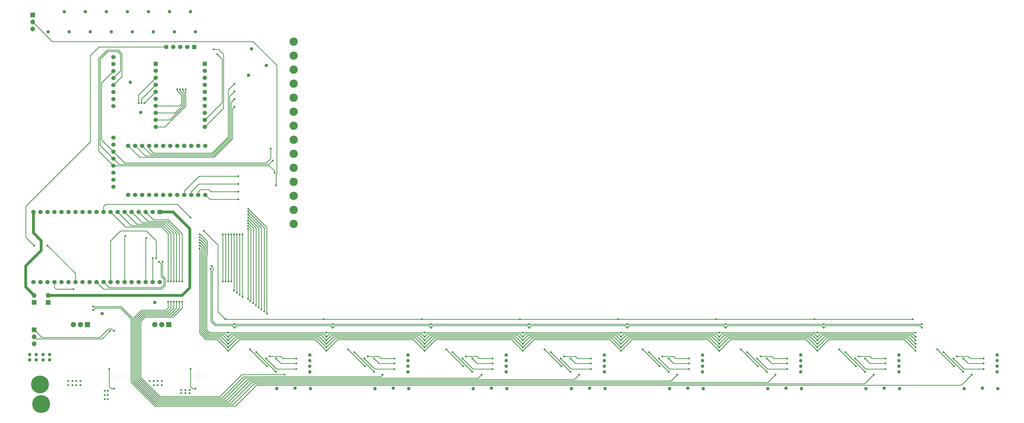
<source format=gbr>
%TF.GenerationSoftware,KiCad,Pcbnew,(6.0.1-0)*%
%TF.CreationDate,2022-10-16T20:28:15-07:00*%
%TF.ProjectId,core_board,636f7265-5f62-46f6-9172-642e6b696361,rev?*%
%TF.SameCoordinates,Original*%
%TF.FileFunction,Copper,L4,Bot*%
%TF.FilePolarity,Positive*%
%FSLAX46Y46*%
G04 Gerber Fmt 4.6, Leading zero omitted, Abs format (unit mm)*
G04 Created by KiCad (PCBNEW (6.0.1-0)) date 2022-10-16 20:28:15*
%MOMM*%
%LPD*%
G01*
G04 APERTURE LIST*
%TA.AperFunction,ComponentPad*%
%ADD10C,0.300000*%
%TD*%
%TA.AperFunction,ComponentPad*%
%ADD11R,1.910000X1.910000*%
%TD*%
%TA.AperFunction,ComponentPad*%
%ADD12C,1.910000*%
%TD*%
%TA.AperFunction,ComponentPad*%
%ADD13C,3.000000*%
%TD*%
%TA.AperFunction,ComponentPad*%
%ADD14R,1.700000X1.700000*%
%TD*%
%TA.AperFunction,ComponentPad*%
%ADD15O,1.700000X1.700000*%
%TD*%
%TA.AperFunction,ComponentPad*%
%ADD16C,1.524000*%
%TD*%
%TA.AperFunction,ComponentPad*%
%ADD17R,1.560000X1.560000*%
%TD*%
%TA.AperFunction,ComponentPad*%
%ADD18C,1.560000*%
%TD*%
%TA.AperFunction,ComponentPad*%
%ADD19C,6.451600*%
%TD*%
%TA.AperFunction,ViaPad*%
%ADD20C,0.711200*%
%TD*%
%TA.AperFunction,ViaPad*%
%ADD21C,1.219200*%
%TD*%
%TA.AperFunction,Conductor*%
%ADD22C,0.254000*%
%TD*%
%TA.AperFunction,Conductor*%
%ADD23C,1.016000*%
%TD*%
G04 APERTURE END LIST*
D10*
%TO.P,U9,10*%
%TO.N,N/C*%
X159086000Y-275986000D03*
%TO.P,U9,11*%
X159086000Y-274686000D03*
%TO.P,U9,12*%
X160386000Y-275986000D03*
%TO.P,U9,13*%
X160386000Y-274686000D03*
%TO.P,U9,14*%
X161686000Y-275986000D03*
%TO.P,U9,15*%
X161686000Y-274686000D03*
%TO.P,U9,16*%
X162986000Y-275986000D03*
%TO.P,U9,17*%
X162986000Y-274686000D03*
%TD*%
D11*
%TO.P,U3,1,ADJ/GND*%
%TO.N,GND*%
X149362000Y-256697000D03*
D12*
%TO.P,U3,2,VOUT*%
%TO.N,+3V3*%
X146812000Y-256697000D03*
%TO.P,U3,3,VIN*%
%TO.N,+5V*%
X144262000Y-256697000D03*
%TD*%
D13*
%TO.P,TP8,1,1*%
%TO.N,/I2C_SDA_FAST*%
X224028000Y-204978000D03*
%TD*%
D14*
%TO.P,J2,1,Pin_1*%
%TO.N,Net-(J2-Pad1)*%
X130048000Y-258587000D03*
D15*
%TO.P,J2,2,Pin_2*%
%TO.N,Net-(J2-Pad2)*%
X130048000Y-261127000D03*
%TO.P,J2,3,Pin_3*%
%TO.N,GND*%
X130048000Y-263667000D03*
%TD*%
D13*
%TO.P,TP16,1,1*%
%TO.N,/I2C_SCL_SLOW*%
X224028000Y-220218000D03*
%TD*%
D16*
%TO.P,U4,1,CD*%
%TO.N,Net-(R3-Pad1)*%
X158750000Y-159766000D03*
%TO.P,U4,2,CS*%
%TO.N,Net-(JP3-Pad1)*%
X158750000Y-162306000D03*
%TO.P,U4,3,DI*%
%TO.N,/SPI_MOSI_CORE*%
X158750000Y-164846000D03*
%TO.P,U4,4,DO*%
%TO.N,/SPI_MISO_CORE*%
X158750000Y-167386000D03*
%TO.P,U4,5,CK*%
%TO.N,/SPI_SCK_CORE*%
X158750000Y-169926000D03*
%TO.P,U4,6,GND*%
%TO.N,GND*%
X158750000Y-172466000D03*
%TO.P,U4,7,3V*%
%TO.N,+3V3*%
X158750000Y-175006000D03*
%TO.P,U4,8,5V*%
%TO.N,+5V*%
X158750000Y-177546000D03*
%TD*%
D17*
%TO.P,U1,1,3V3*%
%TO.N,Net-(JP1-Pad2)*%
X175462000Y-215900000D03*
D18*
%TO.P,U1,2,EN*%
%TO.N,unconnected-(U1-Pad2)*%
X172922000Y-215900000D03*
%TO.P,U1,3,SENSOR_VP*%
%TO.N,/BOARD_ID_0*%
X170382000Y-215900000D03*
%TO.P,U1,4,SENSOR_VN*%
%TO.N,/BOARD_ID_1*%
X167842000Y-215900000D03*
%TO.P,U1,5,IO34*%
%TO.N,/BOARD_ID_2*%
X165302000Y-215900000D03*
%TO.P,U1,6,IO35*%
%TO.N,/BOARD_ID_3*%
X162762000Y-215900000D03*
%TO.P,U1,7,IO32*%
%TO.N,/BOARD_ID_4*%
X160222000Y-215900000D03*
%TO.P,U1,8,IO33*%
%TO.N,/BOARD_ID_5*%
X157682000Y-215900000D03*
%TO.P,U1,9,IO25*%
%TO.N,/BROADCAST*%
X155142000Y-215900000D03*
%TO.P,U1,10,IO26*%
%TO.N,/SPI_CS_1*%
X152602000Y-215900000D03*
%TO.P,U1,11,IO27*%
%TO.N,/SPI_CS_2*%
X150062000Y-215900000D03*
%TO.P,U1,12,IO14*%
%TO.N,/SPI_SCK*%
X147522000Y-215900000D03*
%TO.P,U1,13,IO12*%
%TO.N,/SPI_MISO*%
X144982000Y-215900000D03*
%TO.P,U1,14,GND1*%
%TO.N,GND*%
X142442000Y-215900000D03*
%TO.P,U1,15,IO13*%
%TO.N,/SPI_MOSI*%
X139902000Y-215900000D03*
%TO.P,U1,16,SD2*%
%TO.N,unconnected-(U1-Pad16)*%
X137362000Y-215900000D03*
%TO.P,U1,17,SD3*%
%TO.N,unconnected-(U1-Pad17)*%
X134822000Y-215900000D03*
%TO.P,U1,18,CMD*%
%TO.N,unconnected-(U1-Pad18)*%
X132282000Y-215900000D03*
%TO.P,U1,19,EXT_5V*%
%TO.N,Net-(JP2-Pad2)*%
X129742000Y-215900000D03*
%TO.P,U1,20,GND3*%
%TO.N,GND*%
X175462000Y-241300000D03*
%TO.P,U1,21,IO23*%
%TO.N,/SPI_MOSI_CORE*%
X172922000Y-241300000D03*
%TO.P,U1,22,IO22*%
%TO.N,/I2C_SCL_SLOW*%
X170382000Y-241300000D03*
%TO.P,U1,23,TXD0*%
%TO.N,/UART_TX*%
X167842000Y-241300000D03*
%TO.P,U1,24,RXD0*%
%TO.N,/UART_RX*%
X165302000Y-241300000D03*
%TO.P,U1,25,IO21*%
%TO.N,/I2C_SDA_SLOW*%
X162762000Y-241300000D03*
%TO.P,U1,26,GND2*%
%TO.N,GND*%
X160222000Y-241300000D03*
%TO.P,U1,27,IO19*%
%TO.N,/SPI_MISO_CORE*%
X157682000Y-241300000D03*
%TO.P,U1,28,IO18*%
%TO.N,/SPI_SCK_CORE*%
X155142000Y-241300000D03*
%TO.P,U1,29,IO5*%
%TO.N,/SPI_CS_CORE*%
X152602000Y-241300000D03*
%TO.P,U1,30,IO17*%
%TO.N,/I2C_SCL_FAST*%
X150062000Y-241300000D03*
%TO.P,U1,31,IO16*%
%TO.N,/I2C_SDA_FAST*%
X147522000Y-241300000D03*
%TO.P,U1,32,IO4*%
%TO.N,/INT*%
X144982000Y-241300000D03*
%TO.P,U1,33,IO0*%
%TO.N,/BOARD_ID_6*%
X142442000Y-241300000D03*
%TO.P,U1,34,IO2*%
%TO.N,/BOARD_ID_7*%
X139902000Y-241300000D03*
%TO.P,U1,35,IO15*%
%TO.N,/SPI_CS_0*%
X137362000Y-241300000D03*
%TO.P,U1,36,SD1*%
%TO.N,unconnected-(U1-Pad36)*%
X134822000Y-241300000D03*
%TO.P,U1,37,SD0*%
%TO.N,unconnected-(U1-Pad37)*%
X132282000Y-241300000D03*
%TO.P,U1,38,CLK*%
%TO.N,unconnected-(U1-Pad38)*%
X129742000Y-241300000D03*
%TD*%
D13*
%TO.P,TP12,1,1*%
%TO.N,/SPI_SCK_CORE*%
X224028000Y-194818000D03*
%TD*%
%TO.P,TP10,1,1*%
%TO.N,/SPI_MOSI_CORE*%
X224028000Y-184658000D03*
%TD*%
D14*
%TO.P,JP2,1,A*%
%TO.N,+5V*%
X130048000Y-248666000D03*
D15*
%TO.P,JP2,2,B*%
%TO.N,Net-(JP2-Pad2)*%
X130048000Y-246126000D03*
%TD*%
D19*
%TO.P,J1,1,Pin_1*%
%TO.N,+12V*%
X132588000Y-285496000D03*
%TO.P,J1,2,Pin_2*%
%TO.N,GND*%
X132163820Y-278384000D03*
%TD*%
D16*
%TO.P,U5,1,CD*%
%TO.N,Net-(R9-Pad1)*%
X158750000Y-188976000D03*
%TO.P,U5,2,CS*%
%TO.N,Net-(JP3-Pad3)*%
X158750000Y-191516000D03*
%TO.P,U5,3,DI*%
%TO.N,/SPI_MOSI_CORE*%
X158750000Y-194056000D03*
%TO.P,U5,4,DO*%
%TO.N,/SPI_MISO_CORE*%
X158750000Y-196596000D03*
%TO.P,U5,5,CK*%
%TO.N,/SPI_SCK_CORE*%
X158750000Y-199136000D03*
%TO.P,U5,6,GND*%
%TO.N,GND*%
X158750000Y-201676000D03*
%TO.P,U5,7,3V*%
%TO.N,+3V3*%
X158750000Y-204216000D03*
%TO.P,U5,8,5V*%
%TO.N,+5V*%
X158750000Y-206756000D03*
%TD*%
D13*
%TO.P,TP11,1,1*%
%TO.N,/SPI_MISO_CORE*%
X224028000Y-189738000D03*
%TD*%
D14*
%TO.P,JP1,1,A*%
%TO.N,+3V3*%
X135128000Y-248666000D03*
D15*
%TO.P,JP1,2,B*%
%TO.N,Net-(JP1-Pad2)*%
X135128000Y-246126000D03*
%TD*%
D18*
%TO.P,U6,1,P10*%
%TO.N,/Button_0*%
X191841100Y-185100500D03*
%TO.P,U6,2,P11*%
%TO.N,/Button_1*%
X191841100Y-182560500D03*
%TO.P,U6,3,P12*%
%TO.N,/Button_2*%
X191841100Y-180020500D03*
%TO.P,U6,4,P13*%
%TO.N,/Button_3*%
X191841100Y-177480500D03*
%TO.P,U6,5,P14*%
%TO.N,/Button_4*%
X191841100Y-174940500D03*
%TO.P,U6,6,P15*%
%TO.N,/Button_5*%
X191841100Y-172400500D03*
%TO.P,U6,7,P16*%
%TO.N,/Button_6*%
X191841100Y-169860500D03*
%TO.P,U6,8,P17*%
%TO.N,/Button_7*%
X191841100Y-167320500D03*
%TO.P,U6,9,VDD*%
%TO.N,+3V3*%
X191841100Y-164780500D03*
D17*
%TO.P,U6,10,GND*%
%TO.N,GND*%
X191841100Y-162240500D03*
%TO.P,U6,11,GND*%
X188031100Y-156144500D03*
D18*
%TO.P,U6,12,VCC*%
%TO.N,+3V3*%
X185491100Y-156144500D03*
%TO.P,U6,13,SDA*%
%TO.N,/I2C_SDA_SLOW*%
X182951100Y-156144500D03*
%TO.P,U6,14,SCL*%
%TO.N,/I2C_SCL_SLOW*%
X180411100Y-156144500D03*
%TO.P,U6,15,INT*%
%TO.N,/INT*%
X177871100Y-156144500D03*
D17*
%TO.P,U6,16,GND*%
%TO.N,GND*%
X174061660Y-162240500D03*
D18*
%TO.P,U6,17,VDD*%
%TO.N,+3V3*%
X174061660Y-164780500D03*
%TO.P,U6,18,P00*%
%TO.N,/LED_0*%
X174061660Y-167320500D03*
%TO.P,U6,19,P01*%
%TO.N,/LED_1*%
X174061660Y-169860500D03*
%TO.P,U6,20,P02*%
%TO.N,/LED_2*%
X174061660Y-172400500D03*
%TO.P,U6,21,P03*%
%TO.N,/LED_3*%
X174061660Y-174940500D03*
%TO.P,U6,22,P04*%
%TO.N,/LED_4*%
X174061660Y-177480500D03*
%TO.P,U6,23,P05*%
%TO.N,/LED_5*%
X174061660Y-180020500D03*
%TO.P,U6,24,P06*%
%TO.N,/LED_6*%
X174061660Y-182560500D03*
%TO.P,U6,25,P07*%
%TO.N,/LED_7*%
X174061660Y-185100500D03*
%TD*%
D13*
%TO.P,TP3,1,1*%
%TO.N,/SPI_MOSI*%
X224028000Y-174498000D03*
%TD*%
D11*
%TO.P,U2,1,ADJ/GND*%
%TO.N,GND*%
X178826000Y-256697000D03*
D12*
%TO.P,U2,2,VOUT*%
%TO.N,/EXT_3V3*%
X176276000Y-256697000D03*
%TO.P,U2,3,VIN*%
%TO.N,/EXT_5V*%
X173726000Y-256697000D03*
%TD*%
D18*
%TO.P,U7,1,VIN*%
%TO.N,+3V3*%
X164101500Y-209701500D03*
%TO.P,U7,2,GND*%
%TO.N,GND*%
X166641500Y-209701500D03*
%TO.P,U7,3,SDA*%
%TO.N,/I2C_SDA_SLOW*%
X169181500Y-209701500D03*
%TO.P,U7,4,SCL*%
%TO.N,/I2C_SCL_SLOW*%
X171721500Y-209701500D03*
%TO.P,U7,5,RST*%
%TO.N,unconnected-(U7-Pad5)*%
X174261500Y-209701500D03*
%TO.P,U7,6,A0*%
%TO.N,GND*%
X176801500Y-209701500D03*
%TO.P,U7,7,A1*%
X179341500Y-209701500D03*
%TO.P,U7,8,A2*%
X181881500Y-209701500D03*
%TO.P,U7,9,SD0*%
%TO.N,/I2C_SDA_0*%
X184421500Y-209701500D03*
%TO.P,U7,10,SC0*%
%TO.N,/I2C_SCL_0*%
X186961500Y-209701500D03*
%TO.P,U7,11,SD1*%
%TO.N,/I2C_SDA_1*%
X189501500Y-209701500D03*
%TO.P,U7,12,SC1*%
%TO.N,/I2C_SCL_1*%
X192041500Y-209701500D03*
%TO.P,U7,13,SD2*%
%TO.N,/I2C_SDA_2*%
X192041500Y-191921500D03*
%TO.P,U7,14,SC2*%
%TO.N,/I2C_SCL_2*%
X189501500Y-191921500D03*
%TO.P,U7,15,SD3*%
%TO.N,/I2C_SDA_3*%
X186961500Y-191921500D03*
%TO.P,U7,16,SC3*%
%TO.N,/I2C_SCL_3*%
X184421500Y-191921500D03*
%TO.P,U7,17,SD4*%
%TO.N,/I2C_SDA_4*%
X181881500Y-191921500D03*
%TO.P,U7,18,SC4*%
%TO.N,/I2C_SCL_4*%
X179341500Y-191921500D03*
%TO.P,U7,19,SD5*%
%TO.N,/I2C_SDA_5*%
X176801500Y-191921500D03*
%TO.P,U7,20,SC5*%
%TO.N,/I2C_SCL_5*%
X174261500Y-191921500D03*
%TO.P,U7,21,SD6*%
%TO.N,/I2C_SDA_6*%
X171721500Y-191921500D03*
%TO.P,U7,22,SC6*%
%TO.N,/I2C_SCL_6*%
X169181500Y-191921500D03*
%TO.P,U7,23,SD7*%
%TO.N,/I2C_SDA_7*%
X166641500Y-191921500D03*
%TO.P,U7,24,SC7*%
%TO.N,/I2C_SCL_7*%
X164101500Y-191921500D03*
%TD*%
D13*
%TO.P,TP15,1,1*%
%TO.N,/I2C_SDA_SLOW*%
X224028000Y-215138000D03*
%TD*%
%TO.P,TP6,1,1*%
%TO.N,/SPI_CS_0*%
X224028000Y-179578000D03*
%TD*%
%TO.P,TP9,1,1*%
%TO.N,/I2C_SCL_FAST*%
X224028000Y-210058000D03*
%TD*%
%TO.P,TP5,1,1*%
%TO.N,/SPI_SCK*%
X224028000Y-164338000D03*
%TD*%
%TO.P,TP13,1,1*%
%TO.N,/SPI_CS_CORE*%
X224028000Y-199898000D03*
%TD*%
D14*
%TO.P,JP3,1,A*%
%TO.N,Net-(JP3-Pad1)*%
X129540000Y-144526000D03*
D15*
%TO.P,JP3,2,C*%
%TO.N,/SPI_CS_CORE*%
X129540000Y-147066000D03*
%TO.P,JP3,3,B*%
%TO.N,Net-(JP3-Pad3)*%
X129540000Y-149606000D03*
%TD*%
D13*
%TO.P,TP4,1,1*%
%TO.N,/SPI_MISO*%
X224028000Y-169418000D03*
%TD*%
%TO.P,TP14,1,1*%
%TO.N,/SPI_CS_1*%
X224028000Y-154178000D03*
%TD*%
%TO.P,TP7,1,1*%
%TO.N,/SPI_CS_2*%
X224028000Y-159258000D03*
%TD*%
D10*
%TO.P,U8,10*%
%TO.N,N/C*%
X188550000Y-275986000D03*
%TO.P,U8,11*%
X188550000Y-274686000D03*
%TO.P,U8,12*%
X189850000Y-275986000D03*
%TO.P,U8,13*%
X189850000Y-274686000D03*
%TO.P,U8,14*%
X191150000Y-275986000D03*
%TO.P,U8,15*%
X191150000Y-274686000D03*
%TO.P,U8,16*%
X192450000Y-275986000D03*
%TO.P,U8,17*%
X192450000Y-274686000D03*
%TD*%
D20*
%TO.N,/I2C_SCL_SLOW*%
X170688000Y-225298000D03*
%TO.N,/I2C_SDA_SLOW*%
X163068000Y-224536000D03*
%TO.N,/SPI_CS_1*%
X356494000Y-271788000D03*
X421518000Y-265692000D03*
X271404000Y-259596000D03*
X249814000Y-271788000D03*
X243718000Y-265692000D03*
X314838000Y-265692000D03*
X279278000Y-265692000D03*
X463168520Y-271779520D03*
X385958000Y-265692000D03*
X189984000Y-224020000D03*
X235844000Y-259596000D03*
X320934000Y-271788000D03*
X200284000Y-259596000D03*
X427614000Y-271788000D03*
X449198520Y-259587520D03*
X214254000Y-271788000D03*
X306964000Y-259596000D03*
X378084000Y-259596000D03*
X350398000Y-265692000D03*
X413644000Y-259596000D03*
X342524000Y-259596000D03*
X208158000Y-265692000D03*
X392054000Y-271788000D03*
X457072520Y-265683520D03*
X285374000Y-271788000D03*
%TO.N,/SPI_CS_CORE*%
X176530000Y-233934000D03*
X217651631Y-206248000D03*
%TO.N,/SPI_SCK_CORE*%
X217143631Y-201676000D03*
X175260000Y-233934000D03*
%TO.N,/SPI_MISO_CORE*%
X174244000Y-232664000D03*
X216407520Y-197332111D03*
%TO.N,/SPI_MOSI_CORE*%
X172974000Y-232664000D03*
X215671409Y-192988222D03*
%TO.N,/I2C_SCL_FAST*%
X202570000Y-257818000D03*
X451484520Y-257809520D03*
X194056000Y-236474000D03*
X309250000Y-257818000D03*
X380370000Y-257818000D03*
X344810000Y-257818000D03*
X415930000Y-257818000D03*
X273690000Y-257818000D03*
X238130000Y-257818000D03*
%TO.N,/I2C_SDA_FAST*%
X273690000Y-256548000D03*
X194310000Y-235458000D03*
X451484520Y-256539520D03*
X380370000Y-256548000D03*
X415930000Y-256548000D03*
X309250000Y-256548000D03*
X344810000Y-256548000D03*
X238130000Y-256548000D03*
X202570000Y-256548000D03*
%TO.N,/SPI_CS_2*%
X430916000Y-273820000D03*
X466470520Y-273811520D03*
X342524000Y-261120000D03*
X423804000Y-266708000D03*
X388244000Y-266708000D03*
X210444000Y-266708000D03*
X449198520Y-261111520D03*
X317124000Y-266708000D03*
X189984000Y-225036000D03*
X200284000Y-261120000D03*
X306964000Y-261120000D03*
X413644000Y-261120000D03*
X324236000Y-273820000D03*
X352684000Y-266708000D03*
X459358520Y-266699520D03*
X246004000Y-266708000D03*
X288676000Y-273820000D03*
X395356000Y-273820000D03*
X253116000Y-273820000D03*
X217556000Y-273820000D03*
X271404000Y-261120000D03*
X378084000Y-261120000D03*
X235844000Y-261120000D03*
X359796000Y-273820000D03*
X281564000Y-266708000D03*
%TO.N,/SPI_CS_0*%
X413644000Y-266200000D03*
X189984000Y-229100000D03*
X144272000Y-243840000D03*
X200284000Y-266200000D03*
X342524000Y-266200000D03*
X271404000Y-266200000D03*
X378084000Y-266200000D03*
X235844000Y-266200000D03*
X449198520Y-266191520D03*
X306964000Y-266200000D03*
%TO.N,/SPI_SCK*%
X359796000Y-268994000D03*
X200284000Y-262390000D03*
X260482000Y-270772000D03*
X296042000Y-270772000D03*
X331602000Y-270772000D03*
X378084000Y-262390000D03*
X189984000Y-226052000D03*
X402722000Y-270772000D03*
X466470520Y-268985520D03*
X288676000Y-268994000D03*
X473836520Y-270763520D03*
X367162000Y-270772000D03*
X324236000Y-268994000D03*
X253116000Y-268994000D03*
X430916000Y-268994000D03*
X342524000Y-262390000D03*
X271404000Y-262390000D03*
X224922000Y-270772000D03*
X395356000Y-268994000D03*
X449198520Y-262381520D03*
X217556000Y-268994000D03*
X306964000Y-262390000D03*
X438282000Y-270772000D03*
X413644000Y-262390000D03*
X235844000Y-262390000D03*
%TO.N,/SPI_MISO*%
X428630000Y-268232000D03*
X413644000Y-263660000D03*
X260482000Y-268994000D03*
X378084000Y-263660000D03*
X271404000Y-263660000D03*
X357510000Y-268232000D03*
X331602000Y-268994000D03*
X438282000Y-268994000D03*
X393070000Y-268232000D03*
X200284000Y-263660000D03*
X342524000Y-263660000D03*
X224922000Y-268994000D03*
X235844000Y-263660000D03*
X296042000Y-268994000D03*
X286390000Y-268232000D03*
X306964000Y-263660000D03*
X215270000Y-268232000D03*
X189984000Y-227068000D03*
X367162000Y-268994000D03*
X321950000Y-268232000D03*
X473836520Y-268985520D03*
X464184520Y-268223520D03*
X250830000Y-268232000D03*
X402722000Y-268994000D03*
X449198520Y-263651520D03*
%TO.N,/SPI_MOSI*%
X320680000Y-268994000D03*
X214000000Y-268994000D03*
X378084000Y-264930000D03*
X391800000Y-268994000D03*
X402722000Y-272804000D03*
X342524000Y-264930000D03*
X473836520Y-272795520D03*
X449198520Y-264921520D03*
X331602000Y-272804000D03*
X306964000Y-264930000D03*
X462914520Y-268985520D03*
X356240000Y-268994000D03*
X271404000Y-264930000D03*
X427360000Y-268994000D03*
X285120000Y-268994000D03*
X260482000Y-272804000D03*
X296042000Y-272804000D03*
X235844000Y-264930000D03*
X200284000Y-264930000D03*
X413644000Y-264930000D03*
X189984000Y-228084000D03*
X224922000Y-272804000D03*
X438282000Y-272804000D03*
X249560000Y-268994000D03*
X367162000Y-272804000D03*
%TO.N,Net-(C16-Pad2)*%
X159004000Y-279908000D03*
X157226000Y-272796000D03*
D21*
%TO.N,GND*%
X300990000Y-273812000D03*
X150368000Y-150622000D03*
X295656000Y-279781000D03*
X163830000Y-143383000D03*
X156210000Y-143383000D03*
X148590000Y-143383000D03*
D20*
X142367000Y-278638000D03*
X155575000Y-280670000D03*
D21*
X478790000Y-269748000D03*
D20*
X143891000Y-277114000D03*
D21*
X224536000Y-279781000D03*
D20*
X155575000Y-282194000D03*
D21*
X407670000Y-273812000D03*
X135636000Y-269494000D03*
X478790000Y-271780000D03*
D20*
X156718000Y-283718000D03*
D21*
X407670000Y-269748000D03*
D20*
X145288000Y-277114000D03*
D21*
X443230000Y-269748000D03*
D20*
X173355000Y-278638000D03*
D21*
X372110000Y-269748000D03*
X157988000Y-150622000D03*
D20*
X184785000Y-280416000D03*
D21*
X366776000Y-279781000D03*
X140970000Y-143383000D03*
X478790000Y-273812000D03*
X402336000Y-279781000D03*
X179070000Y-143383000D03*
X300990000Y-267716000D03*
D20*
X146812000Y-278638000D03*
D21*
X443230000Y-271780000D03*
X478790000Y-267716000D03*
X130810000Y-267589000D03*
D20*
X171831000Y-277114000D03*
X155575000Y-283718000D03*
D21*
X173228000Y-150622000D03*
D20*
X183261000Y-281559000D03*
D21*
X229870000Y-271780000D03*
X437896000Y-279781000D03*
X186690000Y-143383000D03*
D20*
X143891000Y-278638000D03*
D21*
X372110000Y-271780000D03*
X372110000Y-273812000D03*
X300990000Y-271780000D03*
D20*
X184785000Y-281559000D03*
X146812000Y-277114000D03*
D21*
X443230000Y-267716000D03*
D20*
X174752000Y-278638000D03*
X176276000Y-277114000D03*
D21*
X165608000Y-150622000D03*
X260096000Y-279781000D03*
X336550000Y-269748000D03*
D20*
X174752000Y-277114000D03*
D21*
X135128000Y-150622000D03*
D20*
X145288000Y-278638000D03*
X176276000Y-278638000D03*
D21*
X407670000Y-267716000D03*
D20*
X142367000Y-277114000D03*
D21*
X133223000Y-267589000D03*
X180848000Y-150622000D03*
X443230000Y-273812000D03*
D20*
X156718000Y-280670000D03*
D21*
X336550000Y-271780000D03*
X133223000Y-269494000D03*
X142748000Y-150622000D03*
D20*
X186309000Y-280416000D03*
D21*
X372110000Y-267716000D03*
X229870000Y-273812000D03*
X135636000Y-267589000D03*
X229870000Y-269748000D03*
D20*
X173355000Y-277114000D03*
D21*
X171450000Y-143383000D03*
D20*
X156718000Y-282194000D03*
D21*
X473456000Y-279781000D03*
X229870000Y-267716000D03*
X265430000Y-271780000D03*
D20*
X183261000Y-280416000D03*
X186309000Y-281559000D03*
D21*
X265430000Y-269748000D03*
X336550000Y-267716000D03*
X188468000Y-150622000D03*
X265430000Y-273812000D03*
X331216000Y-279781000D03*
X128397000Y-267589000D03*
X300990000Y-269748000D03*
X336550000Y-273812000D03*
X265430000Y-267716000D03*
X128397000Y-269494000D03*
X130810000Y-269494000D03*
X407670000Y-271780000D03*
D20*
%TO.N,Net-(C9-Pad2)*%
X188468000Y-279908000D03*
X186690000Y-272796000D03*
D21*
%TO.N,+3V3*%
X168656000Y-179832000D03*
X154686000Y-252730000D03*
X214122000Y-162814000D03*
X164846000Y-168910000D03*
X208788000Y-156845000D03*
X173736000Y-248666000D03*
X207645000Y-166370000D03*
D20*
%TO.N,/I2C_SDA_0*%
X198374000Y-224028000D03*
X203962000Y-202946000D03*
X198374000Y-241046000D03*
%TO.N,/I2C_SCL_0*%
X199390000Y-224028000D03*
X203962000Y-205740000D03*
X199390000Y-241046000D03*
%TO.N,/I2C_SDA_1*%
X203962000Y-208534000D03*
X200406000Y-224028000D03*
X200406000Y-241046000D03*
%TO.N,/I2C_SCL_1*%
X203962000Y-211328000D03*
X201422000Y-224028000D03*
X201422000Y-241046000D03*
%TO.N,/I2C_SDA_2*%
X207570944Y-214818076D03*
X214376000Y-252730000D03*
%TO.N,/I2C_SCL_2*%
X213360000Y-251968000D03*
X207568008Y-215849992D03*
%TO.N,/I2C_SDA_3*%
X212344000Y-251206000D03*
X207555506Y-216878494D03*
%TO.N,/I2C_SCL_3*%
X211328000Y-250444000D03*
X207543004Y-217906996D03*
%TO.N,/I2C_SDA_4*%
X207530502Y-218935498D03*
X210312000Y-249682000D03*
%TO.N,/I2C_SCL_4*%
X207530502Y-219951498D03*
X209296000Y-248920000D03*
%TO.N,/I2C_SDA_5*%
X208280000Y-248158000D03*
X207530502Y-220967498D03*
%TO.N,/I2C_SCL_5*%
X207518000Y-247396000D03*
X207505490Y-221983490D03*
%TO.N,/I2C_SDA_6*%
X202565000Y-169418000D03*
X205486000Y-246634000D03*
X205486000Y-224028000D03*
%TO.N,/I2C_SCL_6*%
X204470000Y-224028000D03*
X204470000Y-245872000D03*
X202565000Y-172212000D03*
%TO.N,/I2C_SDA_7*%
X202565000Y-175006000D03*
X203454000Y-224028000D03*
X203454000Y-245110000D03*
%TO.N,/I2C_SCL_7*%
X202438000Y-224028000D03*
X202565000Y-177800000D03*
X202438000Y-244348000D03*
%TO.N,Net-(J2-Pad1)*%
X159004000Y-259048500D03*
%TO.N,Net-(J2-Pad2)*%
X157480000Y-259048500D03*
%TO.N,/INT*%
X130048000Y-228092000D03*
X134874000Y-228092000D03*
D21*
%TO.N,/EXT_5V*%
X324612000Y-279908000D03*
X466852000Y-279908000D03*
X431292000Y-279908000D03*
X217932000Y-279908000D03*
X253492000Y-279908000D03*
X395732000Y-279908000D03*
X360172000Y-279908000D03*
X289052000Y-279908000D03*
D20*
%TO.N,/BOARD_ID_1*%
X256286000Y-274828000D03*
X182626000Y-241046000D03*
X182626000Y-248412000D03*
%TO.N,/BROADCAST*%
X234828000Y-254770000D03*
X377068000Y-254770000D03*
X199268000Y-254770000D03*
X305948000Y-254770000D03*
X191516000Y-222758000D03*
X412628000Y-254770000D03*
X341508000Y-254770000D03*
X186690000Y-217932000D03*
X448182520Y-254761520D03*
X270388000Y-254770000D03*
D21*
%TO.N,/EXT_3V3*%
X479044000Y-279908000D03*
X372364000Y-279908000D03*
X230124000Y-279908000D03*
X407924000Y-279908000D03*
X443484000Y-279908000D03*
X336804000Y-279908000D03*
X265684000Y-279908000D03*
X301244000Y-279908000D03*
D20*
%TO.N,/BOARD_ID_7*%
X469646000Y-274828000D03*
X151384000Y-251460000D03*
%TO.N,/BOARD_ID_6*%
X434086000Y-274828000D03*
X151384000Y-250190000D03*
%TO.N,/BOARD_ID_5*%
X178562000Y-241046000D03*
X178562000Y-248412000D03*
X398526000Y-274828000D03*
%TO.N,/BOARD_ID_3*%
X180594000Y-241046000D03*
X180594000Y-248412000D03*
X327406000Y-274828000D03*
%TO.N,/BOARD_ID_4*%
X179578000Y-241046000D03*
X362966000Y-274828000D03*
X179578000Y-248412000D03*
%TO.N,/BOARD_ID_0*%
X220726000Y-274828000D03*
X183642000Y-248412000D03*
X183642000Y-241046000D03*
%TO.N,/BOARD_ID_2*%
X181610000Y-241046000D03*
X292100000Y-274828000D03*
X181610000Y-248412000D03*
%TO.N,/Button_0*%
X195072000Y-156972000D03*
%TO.N,/Button_1*%
X196342000Y-158750000D03*
%TO.N,/LED_0*%
X167894000Y-176477561D03*
%TO.N,/LED_1*%
X168910000Y-176477561D03*
%TO.N,/LED_2*%
X169926000Y-176477567D03*
%TO.N,/LED_4*%
X181864000Y-171450000D03*
%TO.N,/LED_5*%
X182880000Y-171450000D03*
%TO.N,/LED_6*%
X183896000Y-171450000D03*
%TO.N,/LED_7*%
X184912000Y-171450000D03*
%TD*%
D22*
%TO.N,/I2C_SCL_SLOW*%
X170688000Y-225298000D02*
X170382000Y-225604000D01*
X170382000Y-225604000D02*
X170382000Y-241300000D01*
%TO.N,/I2C_SDA_SLOW*%
X162762000Y-224842000D02*
X163068000Y-224536000D01*
X162762000Y-241300000D02*
X162762000Y-224842000D01*
%TO.N,/SPI_CS_1*%
X200284000Y-259596000D02*
X193511742Y-259596000D01*
X449198520Y-259587520D02*
X442230480Y-259587520D01*
X320934000Y-271788000D02*
X314838000Y-265692000D01*
X193511742Y-259596000D02*
X192524000Y-258608258D01*
X374782000Y-259596000D02*
X375150000Y-259596000D01*
X427614000Y-271788000D02*
X421518000Y-265692000D01*
X192524000Y-258608258D02*
X192524000Y-231894000D01*
X235844000Y-259596000D02*
X200284000Y-259596000D01*
X192778000Y-231640000D02*
X192778000Y-226560000D01*
X214254000Y-271788000D02*
X208158000Y-265692000D01*
X392054000Y-271788000D02*
X385958000Y-265692000D01*
X342524000Y-259596000D02*
X375150000Y-259596000D01*
X249814000Y-271788000D02*
X243718000Y-265692000D01*
X413644000Y-259596000D02*
X442222000Y-259596000D01*
X442222000Y-259596000D02*
X444028258Y-259596000D01*
X356494000Y-271788000D02*
X350398000Y-265692000D01*
X463168520Y-271779520D02*
X457072520Y-265683520D01*
X190238000Y-224020000D02*
X189984000Y-224020000D01*
X271404000Y-259596000D02*
X306964000Y-259596000D01*
X378084000Y-259596000D02*
X413644000Y-259596000D01*
X192778000Y-226560000D02*
X190238000Y-224020000D01*
X235844000Y-259596000D02*
X271404000Y-259596000D01*
X442230480Y-259587520D02*
X442222000Y-259596000D01*
X374782000Y-259596000D02*
X373766000Y-259596000D01*
X192524000Y-231894000D02*
X192778000Y-231640000D01*
X285374000Y-271788000D02*
X279278000Y-265692000D01*
X306964000Y-259596000D02*
X342524000Y-259596000D01*
X375150000Y-259596000D02*
X376306000Y-259596000D01*
X376306000Y-259596000D02*
X378084000Y-259596000D01*
%TO.N,/SPI_CS_CORE*%
X217905631Y-162787631D02*
X209296000Y-154178000D01*
X217905631Y-202184000D02*
X217905631Y-162787631D01*
X176232222Y-243839520D02*
X177545520Y-242526221D01*
X177545520Y-242526221D02*
X177545520Y-240073778D01*
X209296000Y-154178000D02*
X136667000Y-154178000D01*
X155141520Y-243839520D02*
X176232222Y-243839520D01*
X152602000Y-241300000D02*
X155141520Y-243839520D01*
X176530000Y-239058258D02*
X176530000Y-233934000D01*
X217651631Y-206248000D02*
X217651631Y-202438000D01*
X177545520Y-240073778D02*
X176530000Y-239058258D01*
X136667000Y-154178000D02*
X129540000Y-147051000D01*
X217651631Y-202438000D02*
X217905631Y-202184000D01*
%TO.N,/SPI_SCK_CORE*%
X215138000Y-199136000D02*
X217143631Y-201141631D01*
X161797520Y-166878480D02*
X158750000Y-169926000D01*
X177038000Y-240284000D02*
X177038000Y-242316000D01*
X153416000Y-160274000D02*
X156464000Y-157226000D01*
X161797520Y-158495520D02*
X161797520Y-166878480D01*
X160528000Y-157226000D02*
X161797520Y-158495520D01*
X175260000Y-233934000D02*
X176022000Y-234696000D01*
X158750000Y-199136000D02*
X153416000Y-193802000D01*
X176022000Y-234696000D02*
X176022000Y-239268000D01*
X158750000Y-199136000D02*
X215138000Y-199136000D01*
X156464000Y-157226000D02*
X160528000Y-157226000D01*
X176022000Y-243332000D02*
X157174000Y-243332000D01*
X157174000Y-243332000D02*
X155142000Y-241300000D01*
X177038000Y-242316000D02*
X176022000Y-243332000D01*
X217143631Y-201141631D02*
X217143631Y-201676000D01*
X176022000Y-239268000D02*
X177038000Y-240284000D01*
X153416000Y-193802000D02*
X153416000Y-160274000D01*
%TO.N,/SPI_MISO_CORE*%
X170688000Y-222758000D02*
X161290000Y-222758000D01*
X174244000Y-232664000D02*
X174244000Y-226314000D01*
X161290000Y-222758000D02*
X157682000Y-226366000D01*
X161290000Y-158750000D02*
X161290000Y-164846000D01*
X215111631Y-198628000D02*
X216407520Y-197332111D01*
X158750000Y-196596000D02*
X153924000Y-191770000D01*
X156718000Y-157734000D02*
X160274000Y-157734000D01*
X153924000Y-191770000D02*
X153924000Y-160528000D01*
X158750000Y-196596000D02*
X160782000Y-198628000D01*
X160274000Y-157734000D02*
X161290000Y-158750000D01*
X160782000Y-198628000D02*
X215111631Y-198628000D01*
X161290000Y-164846000D02*
X158750000Y-167386000D01*
X157682000Y-226366000D02*
X157682000Y-241300000D01*
X174244000Y-226314000D02*
X170688000Y-222758000D01*
X153924000Y-160528000D02*
X156718000Y-157734000D01*
%TO.N,/SPI_MOSI_CORE*%
X162814480Y-198120480D02*
X214121520Y-198120480D01*
X158750000Y-194056000D02*
X154432000Y-189738000D01*
X172922000Y-232716000D02*
X172974000Y-232664000D01*
X154432000Y-189738000D02*
X154432000Y-169164000D01*
X215671409Y-196570591D02*
X215671409Y-192988222D01*
X214121520Y-198120480D02*
X215671409Y-196570591D01*
X154432000Y-169164000D02*
X158750000Y-164846000D01*
X158750000Y-194056000D02*
X162814480Y-198120480D01*
X172922000Y-241300000D02*
X172922000Y-232716000D01*
%TO.N,/I2C_SCL_FAST*%
X309250000Y-257818000D02*
X310012000Y-257056000D01*
X274452000Y-257056000D02*
X308488000Y-257056000D01*
X310012000Y-257056000D02*
X344048000Y-257056000D01*
X381132000Y-257056000D02*
X415168000Y-257056000D01*
X273690000Y-257818000D02*
X274452000Y-257056000D01*
X203332000Y-257056000D02*
X237368000Y-257056000D01*
X237368000Y-257056000D02*
X238130000Y-257818000D01*
X415930000Y-257818000D02*
X416692000Y-257056000D01*
X416692000Y-257056000D02*
X450731000Y-257056000D01*
X380370000Y-257818000D02*
X381132000Y-257056000D01*
X450731000Y-257056000D02*
X451484520Y-257809520D01*
X194056000Y-255524000D02*
X195588000Y-257056000D01*
X415168000Y-257056000D02*
X415930000Y-257818000D01*
X272928000Y-257056000D02*
X273690000Y-257818000D01*
X374911520Y-257055520D02*
X374912000Y-257056000D01*
X238892000Y-257056000D02*
X272928000Y-257056000D01*
X370083000Y-257056000D02*
X370083480Y-257055520D01*
X374782000Y-257056000D02*
X373766000Y-257056000D01*
X202570000Y-257818000D02*
X203332000Y-257056000D01*
X195588000Y-257056000D02*
X201808000Y-257056000D01*
X345572000Y-257056000D02*
X370718000Y-257056000D01*
X344810000Y-257818000D02*
X345572000Y-257056000D01*
X201808000Y-257056000D02*
X202570000Y-257818000D01*
X374912000Y-257056000D02*
X379608000Y-257056000D01*
X344048000Y-257056000D02*
X344810000Y-257818000D01*
X370718480Y-257055520D02*
X374911520Y-257055520D01*
X238130000Y-257818000D02*
X238892000Y-257056000D01*
X374782000Y-257056000D02*
X374912000Y-257056000D01*
X308488000Y-257056000D02*
X309250000Y-257818000D01*
X194056000Y-236474000D02*
X194056000Y-255524000D01*
X379608000Y-257056000D02*
X380370000Y-257818000D01*
%TO.N,/I2C_SDA_FAST*%
X273690000Y-256548000D02*
X309250000Y-256548000D01*
X344810000Y-256548000D02*
X380370000Y-256548000D01*
X194818000Y-236982000D02*
X194564000Y-237236000D01*
X194818000Y-235966000D02*
X194818000Y-236982000D01*
X238130000Y-256548000D02*
X273690000Y-256548000D01*
X415930000Y-256548000D02*
X441838000Y-256548000D01*
X441203480Y-256548000D02*
X441211960Y-256539520D01*
X194310000Y-235458000D02*
X194818000Y-235966000D01*
X380370000Y-256548000D02*
X415930000Y-256548000D01*
X194564000Y-255270000D02*
X195842000Y-256548000D01*
X194564000Y-237236000D02*
X194564000Y-255270000D01*
X195842000Y-256548000D02*
X202570000Y-256548000D01*
X309250000Y-256548000D02*
X344810000Y-256548000D01*
X238130000Y-256548000D02*
X202570000Y-256548000D01*
X441846480Y-256539520D02*
X451484520Y-256539520D01*
%TO.N,/SPI_CS_2*%
X246004000Y-266708000D02*
X253116000Y-273820000D01*
X200284000Y-261120000D02*
X199268000Y-260104000D01*
X339221520Y-260103520D02*
X339222000Y-260104000D01*
X201300000Y-260104000D02*
X234828000Y-260104000D01*
X210444000Y-266708000D02*
X217556000Y-273820000D01*
X335034000Y-260104000D02*
X335158000Y-260104000D01*
X412628000Y-260104000D02*
X413644000Y-261120000D01*
X444246480Y-260095520D02*
X444238000Y-260104000D01*
X235844000Y-261120000D02*
X236860000Y-260104000D01*
X335034480Y-260103520D02*
X339221520Y-260103520D01*
X448182520Y-260095520D02*
X444246480Y-260095520D01*
X378084000Y-261120000D02*
X379100000Y-260104000D01*
X335034000Y-260104000D02*
X335034480Y-260103520D01*
X271404000Y-261120000D02*
X272420000Y-260104000D01*
X423804000Y-266708000D02*
X430916000Y-273820000D01*
X413644000Y-261120000D02*
X414660000Y-260104000D01*
X414660000Y-260104000D02*
X444238000Y-260104000D01*
X444238000Y-260104000D02*
X444452557Y-260104000D01*
X306964000Y-261120000D02*
X307980000Y-260104000D01*
X192016000Y-231386000D02*
X192270000Y-231132000D01*
X192016000Y-258818000D02*
X192016000Y-231386000D01*
X449198520Y-261111520D02*
X448182520Y-260095520D01*
X459358520Y-266699520D02*
X466470520Y-273811520D01*
X377068000Y-260104000D02*
X378084000Y-261120000D01*
X199268000Y-260104000D02*
X193302000Y-260104000D01*
X234828000Y-260104000D02*
X235844000Y-261120000D01*
X190238000Y-225036000D02*
X189984000Y-225036000D01*
X305948000Y-260104000D02*
X306964000Y-261120000D01*
X352684000Y-266708000D02*
X359796000Y-273820000D01*
X341508000Y-260104000D02*
X342524000Y-261120000D01*
X307980000Y-260104000D02*
X335034000Y-260104000D01*
X317124000Y-266708000D02*
X324236000Y-273820000D01*
X200284000Y-261120000D02*
X201300000Y-260104000D01*
X281564000Y-266708000D02*
X288676000Y-273820000D01*
X272420000Y-260104000D02*
X305948000Y-260104000D01*
X343540000Y-260104000D02*
X377068000Y-260104000D01*
X388244000Y-266708000D02*
X395356000Y-273820000D01*
X339222000Y-260104000D02*
X341508000Y-260104000D01*
X342524000Y-261120000D02*
X343540000Y-260104000D01*
X193302000Y-260104000D02*
X192016000Y-258818000D01*
X379100000Y-260104000D02*
X412628000Y-260104000D01*
X192270000Y-231132000D02*
X192270000Y-227068000D01*
X339222000Y-260104000D02*
X338206000Y-260104000D01*
X236860000Y-260104000D02*
X270388000Y-260104000D01*
X270388000Y-260104000D02*
X271404000Y-261120000D01*
X192270000Y-227068000D02*
X190238000Y-225036000D01*
%TO.N,/SPI_CS_0*%
X267340000Y-262136000D02*
X271404000Y-266200000D01*
X204348000Y-262136000D02*
X231780000Y-262136000D01*
X200284000Y-266200000D02*
X196220000Y-262136000D01*
X137922000Y-243840000D02*
X144272000Y-243840000D01*
X271404000Y-266200000D02*
X275468000Y-262136000D01*
X200284000Y-266200000D02*
X204348000Y-262136000D01*
X275468000Y-262136000D02*
X302900000Y-262136000D01*
X382148000Y-262136000D02*
X409580000Y-262136000D01*
X417708000Y-262136000D02*
X445143000Y-262136000D01*
X413644000Y-266200000D02*
X417708000Y-262136000D01*
X306964000Y-266200000D02*
X311028000Y-262136000D01*
X302900000Y-262136000D02*
X306964000Y-266200000D01*
X231780000Y-262136000D02*
X235844000Y-266200000D01*
X338460000Y-262136000D02*
X342524000Y-266200000D01*
X346588000Y-262136000D02*
X374020000Y-262136000D01*
X189984000Y-259834000D02*
X189984000Y-229100000D01*
X374020000Y-262136000D02*
X378084000Y-266200000D01*
X342524000Y-266200000D02*
X346588000Y-262136000D01*
X311028000Y-262136000D02*
X338460000Y-262136000D01*
X137362000Y-243280000D02*
X137922000Y-243840000D01*
X409580000Y-262136000D02*
X413644000Y-266200000D01*
X445143000Y-262136000D02*
X449198520Y-266191520D01*
X239908000Y-262136000D02*
X267340000Y-262136000D01*
X192286000Y-262136000D02*
X189984000Y-259834000D01*
X378084000Y-266200000D02*
X382148000Y-262136000D01*
X196220000Y-262136000D02*
X192286000Y-262136000D01*
X137362000Y-241300000D02*
X137362000Y-243280000D01*
X235844000Y-266200000D02*
X239908000Y-262136000D01*
%TO.N,/SPI_SCK*%
X235844000Y-262390000D02*
X237622000Y-260612000D01*
X359796000Y-268994000D02*
X361574000Y-270772000D01*
X264038480Y-260611520D02*
X268101520Y-260611520D01*
X335158000Y-260612000D02*
X335158480Y-260611520D01*
X191508000Y-230878000D02*
X191762000Y-230624000D01*
X193048000Y-260612000D02*
X191508000Y-259072000D01*
X299598000Y-260612000D02*
X299598480Y-260611520D01*
X253116000Y-268994000D02*
X254894000Y-270772000D01*
X219334000Y-270772000D02*
X224922000Y-270772000D01*
X306964000Y-262390000D02*
X308742000Y-260612000D01*
X217556000Y-268994000D02*
X219334000Y-270772000D01*
X191762000Y-230624000D02*
X191762000Y-227576000D01*
X200284000Y-262390000D02*
X202062000Y-260612000D01*
X378084000Y-262390000D02*
X379862000Y-260612000D01*
X288676000Y-268994000D02*
X290454000Y-270772000D01*
X397134000Y-270772000D02*
X402722000Y-270772000D01*
X370718000Y-260612000D02*
X370718480Y-260611520D01*
X268102000Y-260612000D02*
X269626000Y-260612000D01*
X447429000Y-260612000D02*
X449198520Y-262381520D01*
X430916000Y-268994000D02*
X432694000Y-270772000D01*
X326014000Y-270772000D02*
X331602000Y-270772000D01*
X198506000Y-260612000D02*
X193048000Y-260612000D01*
X411866000Y-260612000D02*
X413644000Y-262390000D01*
X468248520Y-270763520D02*
X473836520Y-270763520D01*
X342524000Y-262390000D02*
X344302000Y-260612000D01*
X379862000Y-260612000D02*
X411866000Y-260612000D01*
X191762000Y-227576000D02*
X190238000Y-226052000D01*
X432694000Y-270772000D02*
X438282000Y-270772000D01*
X237622000Y-260612000D02*
X264038000Y-260612000D01*
X234066000Y-260612000D02*
X235844000Y-262390000D01*
X269626000Y-260612000D02*
X271404000Y-262390000D01*
X191508000Y-259072000D02*
X191508000Y-230878000D01*
X271404000Y-262390000D02*
X273182000Y-260612000D01*
X406278000Y-260612000D02*
X406278480Y-260611520D01*
X466470520Y-268985520D02*
X468248520Y-270763520D01*
X344302000Y-260612000D02*
X376306000Y-260612000D01*
X324236000Y-268994000D02*
X326014000Y-270772000D01*
X190238000Y-226052000D02*
X189984000Y-226052000D01*
X308742000Y-260612000D02*
X340746000Y-260612000D01*
X415422000Y-260612000D02*
X413644000Y-262390000D01*
X264038000Y-260612000D02*
X264038480Y-260611520D01*
X290454000Y-270772000D02*
X296042000Y-270772000D01*
X395356000Y-268994000D02*
X397134000Y-270772000D01*
X305186000Y-260612000D02*
X306964000Y-262390000D01*
X200284000Y-262390000D02*
X198506000Y-260612000D01*
X415422000Y-260612000D02*
X447429000Y-260612000D01*
X361574000Y-270772000D02*
X367162000Y-270772000D01*
X268102000Y-260612000D02*
X267086000Y-260612000D01*
X340746000Y-260612000D02*
X342524000Y-262390000D01*
X202062000Y-260612000D02*
X234066000Y-260612000D01*
X268101520Y-260611520D02*
X268102000Y-260612000D01*
X273182000Y-260612000D02*
X305186000Y-260612000D01*
X376306000Y-260612000D02*
X378084000Y-262390000D01*
X254894000Y-270772000D02*
X260482000Y-270772000D01*
%TO.N,/SPI_MISO*%
X378084000Y-263660000D02*
X380624000Y-261120000D01*
X342524000Y-263660000D02*
X345064000Y-261120000D01*
X326776000Y-268994000D02*
X331602000Y-268994000D01*
X191254000Y-228084000D02*
X190238000Y-227068000D01*
X228478480Y-261119520D02*
X232156000Y-261119520D01*
X362336000Y-268994000D02*
X367162000Y-268994000D01*
X290454000Y-268232000D02*
X291216000Y-268994000D01*
X302776000Y-261120000D02*
X302646000Y-261120000D01*
X370718000Y-261120000D02*
X370718480Y-261119520D01*
X397896000Y-268994000D02*
X402722000Y-268994000D01*
X446667000Y-261120000D02*
X449198520Y-263651520D01*
X306964000Y-263660000D02*
X309504000Y-261120000D01*
X406278000Y-261120000D02*
X406278480Y-261119520D01*
X228478000Y-261120000D02*
X228478480Y-261119520D01*
X303662000Y-261120000D02*
X302776000Y-261120000D01*
X309504000Y-261120000D02*
X339984000Y-261120000D01*
X357510000Y-268232000D02*
X361574000Y-268232000D01*
X232155520Y-261120000D02*
X233304000Y-261120000D01*
X250830000Y-268232000D02*
X254894000Y-268232000D01*
X235844000Y-263660000D02*
X238384000Y-261120000D01*
X202824000Y-261120000D02*
X228478000Y-261120000D01*
X200284000Y-263660000D02*
X197744000Y-261120000D01*
X321950000Y-268232000D02*
X326014000Y-268232000D01*
X433456000Y-268994000D02*
X438282000Y-268994000D01*
X191000000Y-259326000D02*
X191000000Y-230370000D01*
X255656000Y-268994000D02*
X260482000Y-268994000D01*
X464184520Y-268223520D02*
X468248520Y-268223520D01*
X432694000Y-268232000D02*
X433456000Y-268994000D01*
X303276000Y-261119520D02*
X303275520Y-261120000D01*
X469010520Y-268985520D02*
X473836520Y-268985520D01*
X273944000Y-261120000D02*
X299598000Y-261120000D01*
X190238000Y-227068000D02*
X189984000Y-227068000D01*
X380624000Y-261120000D02*
X411104000Y-261120000D01*
X303275520Y-261120000D02*
X302776000Y-261120000D01*
X215270000Y-268232000D02*
X219334000Y-268232000D01*
X339984000Y-261120000D02*
X342524000Y-263660000D01*
X361574000Y-268232000D02*
X362336000Y-268994000D01*
X271404000Y-263660000D02*
X273944000Y-261120000D01*
X232156000Y-261119520D02*
X232155520Y-261120000D01*
X304424000Y-261120000D02*
X306964000Y-263660000D01*
X291216000Y-268994000D02*
X296042000Y-268994000D01*
X254894000Y-268232000D02*
X255656000Y-268994000D01*
X375544000Y-261120000D02*
X378084000Y-263660000D01*
X191000000Y-230370000D02*
X191254000Y-230116000D01*
X468248520Y-268223520D02*
X469010520Y-268985520D01*
X326014000Y-268232000D02*
X326776000Y-268994000D01*
X393070000Y-268232000D02*
X397134000Y-268232000D01*
X397134000Y-268232000D02*
X397896000Y-268994000D01*
X219334000Y-268232000D02*
X220096000Y-268994000D01*
X345064000Y-261120000D02*
X375544000Y-261120000D01*
X192794000Y-261120000D02*
X191000000Y-259326000D01*
X191254000Y-230116000D02*
X191254000Y-228084000D01*
X233304000Y-261120000D02*
X235844000Y-263660000D01*
X299598000Y-261120000D02*
X299598480Y-261119520D01*
X238384000Y-261120000D02*
X268864000Y-261120000D01*
X200284000Y-263660000D02*
X202824000Y-261120000D01*
X299598000Y-261120000D02*
X299598480Y-261119520D01*
X428630000Y-268232000D02*
X432694000Y-268232000D01*
X286390000Y-268232000D02*
X290454000Y-268232000D01*
X411104000Y-261120000D02*
X413644000Y-263660000D01*
X303662000Y-261120000D02*
X304424000Y-261120000D01*
X299598480Y-261119520D02*
X303276000Y-261119520D01*
X335158000Y-261120000D02*
X335158480Y-261119520D01*
X264038000Y-261120000D02*
X264038480Y-261119520D01*
X220096000Y-268994000D02*
X224922000Y-268994000D01*
X413644000Y-263660000D02*
X416184000Y-261120000D01*
X197744000Y-261120000D02*
X192794000Y-261120000D01*
X416184000Y-261120000D02*
X446667000Y-261120000D01*
X268864000Y-261120000D02*
X271404000Y-263660000D01*
%TO.N,/SPI_MOSI*%
X192531520Y-261628000D02*
X192524000Y-261620480D01*
X427360000Y-268994000D02*
X431170000Y-272804000D01*
X232542000Y-261628000D02*
X235844000Y-264930000D01*
X356240000Y-268994000D02*
X360050000Y-272804000D01*
X196095520Y-261628480D02*
X196096000Y-261628000D01*
X267215520Y-261627520D02*
X267216000Y-261628000D01*
X196982000Y-261628000D02*
X196096000Y-261628000D01*
X203840480Y-261627520D02*
X231525520Y-261627520D01*
X239400000Y-261628000D02*
X239400480Y-261627520D01*
X253370000Y-272804000D02*
X260482000Y-272804000D01*
X196982000Y-261628000D02*
X200284000Y-264930000D01*
X192524000Y-261612000D02*
X190491520Y-259579520D01*
X374387520Y-261627520D02*
X374388000Y-261628000D01*
X338827520Y-261627520D02*
X338828000Y-261628000D01*
X417200000Y-261628000D02*
X417200480Y-261627520D01*
X445904520Y-261627520D02*
X449198520Y-264921520D01*
X338828000Y-261628000D02*
X338206000Y-261628000D01*
X310520480Y-261627520D02*
X338827520Y-261627520D01*
X320680000Y-268994000D02*
X324490000Y-272804000D01*
X374782000Y-261628000D02*
X374388000Y-261628000D01*
X339222000Y-261628000D02*
X342524000Y-264930000D01*
X203840000Y-261628000D02*
X203840480Y-261627520D01*
X303030000Y-261628000D02*
X302646000Y-261628000D01*
X274960000Y-261628000D02*
X274960480Y-261627520D01*
X190491520Y-229862000D02*
X190492000Y-229862000D01*
X417200480Y-261627520D02*
X445904520Y-261627520D01*
X381640480Y-261627520D02*
X410341520Y-261627520D01*
X381386000Y-261628000D02*
X381640000Y-261628000D01*
X285120000Y-268994000D02*
X288930000Y-272804000D01*
X192524000Y-261620480D02*
X192524000Y-261612000D01*
X410342000Y-261628000D02*
X413644000Y-264930000D01*
X378084000Y-264930000D02*
X381386000Y-261628000D01*
X339222000Y-261628000D02*
X338828000Y-261628000D01*
X203586000Y-261628000D02*
X203840000Y-261628000D01*
X249560000Y-268994000D02*
X253370000Y-272804000D01*
X303029520Y-261627520D02*
X303030000Y-261628000D01*
X200284000Y-264930000D02*
X203586000Y-261628000D01*
X416946000Y-261628000D02*
X417200000Y-261628000D01*
X271404000Y-264930000D02*
X274706000Y-261628000D01*
X239146000Y-261628000D02*
X239400000Y-261628000D01*
X360050000Y-272804000D02*
X367162000Y-272804000D01*
X231526000Y-261628000D02*
X232542000Y-261628000D01*
X274706000Y-261628000D02*
X274960000Y-261628000D01*
X235844000Y-264930000D02*
X239146000Y-261628000D01*
X303662000Y-261628000D02*
X306964000Y-264930000D01*
X410342000Y-261628000D02*
X409326000Y-261628000D01*
X267216000Y-261628000D02*
X267086000Y-261628000D01*
X274960480Y-261627520D02*
X303029520Y-261627520D01*
X345826000Y-261628000D02*
X346080000Y-261628000D01*
X466724520Y-272795520D02*
X473836520Y-272795520D01*
X268102000Y-261628000D02*
X267216000Y-261628000D01*
X395610000Y-272804000D02*
X402722000Y-272804000D01*
X190746000Y-228592000D02*
X190238000Y-228084000D01*
X310266000Y-261628000D02*
X310520000Y-261628000D01*
X288930000Y-272804000D02*
X296042000Y-272804000D01*
X231525520Y-261627520D02*
X231526000Y-261628000D01*
X190491520Y-259579520D02*
X190491520Y-229862000D01*
X381640000Y-261628000D02*
X381640480Y-261627520D01*
X346080000Y-261628000D02*
X346080480Y-261627520D01*
X239400480Y-261627520D02*
X267215520Y-261627520D01*
X306964000Y-264930000D02*
X310266000Y-261628000D01*
X190238000Y-228084000D02*
X189984000Y-228084000D01*
X303662000Y-261628000D02*
X303030000Y-261628000D01*
X268102000Y-261628000D02*
X271404000Y-264930000D01*
X324490000Y-272804000D02*
X331602000Y-272804000D01*
X462914520Y-268985520D02*
X466724520Y-272795520D01*
X214000000Y-268994000D02*
X217810000Y-272804000D01*
X431170000Y-272804000D02*
X438282000Y-272804000D01*
X346080480Y-261627520D02*
X374387520Y-261627520D01*
X190492000Y-229862000D02*
X190746000Y-229608000D01*
X217810000Y-272804000D02*
X224922000Y-272804000D01*
X391800000Y-268994000D02*
X395610000Y-272804000D01*
X342524000Y-264930000D02*
X345826000Y-261628000D01*
X410341520Y-261627520D02*
X410342000Y-261628000D01*
X310520000Y-261628000D02*
X310520480Y-261627520D01*
X196096000Y-261628000D02*
X192531520Y-261628000D01*
X413644000Y-264930000D02*
X416946000Y-261628000D01*
X374782000Y-261628000D02*
X378084000Y-264930000D01*
X190746000Y-229608000D02*
X190746000Y-228592000D01*
X374388000Y-261628000D02*
X373766000Y-261628000D01*
%TO.N,Net-(C16-Pad2)*%
X159004000Y-279908000D02*
X157988000Y-279908000D01*
X157226000Y-279146000D02*
X157226000Y-272796000D01*
X157988000Y-279908000D02*
X157226000Y-279146000D01*
%TO.N,Net-(C9-Pad2)*%
X188468000Y-279908000D02*
X187452000Y-279908000D01*
X187452000Y-279908000D02*
X186690000Y-279146000D01*
X186690000Y-279146000D02*
X186690000Y-272796000D01*
%TO.N,/I2C_SDA_0*%
X189738000Y-202946000D02*
X203962000Y-202946000D01*
X184421500Y-209701500D02*
X184421500Y-208262500D01*
X198374000Y-224028000D02*
X198374000Y-241046000D01*
X187706000Y-204978000D02*
X189738000Y-202946000D01*
X184421500Y-208262500D02*
X187706000Y-204978000D01*
%TO.N,/I2C_SCL_0*%
X189738000Y-205740000D02*
X193802000Y-205740000D01*
X193802000Y-205740000D02*
X203962000Y-205740000D01*
X199390000Y-224028000D02*
X199390000Y-241046000D01*
X186961500Y-208516500D02*
X187198000Y-208280000D01*
X186961500Y-209701500D02*
X186961500Y-208516500D01*
X187198000Y-208280000D02*
X189738000Y-205740000D01*
%TO.N,/I2C_SDA_1*%
X194056000Y-208534000D02*
X203962000Y-208534000D01*
X200406000Y-224028000D02*
X200406000Y-241046000D01*
X189501500Y-209701500D02*
X189501500Y-208516500D01*
X189501500Y-208516500D02*
X190246000Y-207772000D01*
X193802000Y-208280000D02*
X194056000Y-208534000D01*
X190246000Y-207772000D02*
X193294000Y-207772000D01*
X193294000Y-207772000D02*
X193802000Y-208280000D01*
%TO.N,/I2C_SCL_1*%
X192041500Y-209701500D02*
X193668000Y-211328000D01*
X201422000Y-224028000D02*
X201422000Y-241046000D01*
X193668000Y-211328000D02*
X203962000Y-211328000D01*
%TO.N,/I2C_SDA_2*%
X214273406Y-241046000D02*
X214273406Y-252627406D01*
X207577111Y-214818076D02*
X214273406Y-221514371D01*
X214273406Y-252627406D02*
X214376000Y-252730000D01*
X214273406Y-221514371D02*
X214273406Y-241046000D01*
X207570944Y-214818076D02*
X207577111Y-214818076D01*
%TO.N,/I2C_SCL_2*%
X207568008Y-215849992D02*
X213308703Y-221590687D01*
X213308703Y-221590687D02*
X213308703Y-240843297D01*
X213308703Y-251916703D02*
X213360000Y-251968000D01*
X213308703Y-240843297D02*
X213308703Y-251916703D01*
%TO.N,/I2C_SDA_3*%
X207555506Y-216878494D02*
X212344000Y-221666988D01*
X212344000Y-221666988D02*
X212344000Y-251206000D01*
%TO.N,/I2C_SCL_3*%
X207543004Y-217906996D02*
X211376812Y-221740804D01*
X211376812Y-241046000D02*
X211376812Y-250395188D01*
X211376812Y-221740804D02*
X211376812Y-241046000D01*
X211376812Y-250395188D02*
X211328000Y-250444000D01*
%TO.N,/I2C_SDA_4*%
X210412109Y-249581891D02*
X210312000Y-249682000D01*
X207555521Y-218935498D02*
X210412109Y-221792086D01*
X210412109Y-221792086D02*
X210412109Y-241046000D01*
X210412109Y-241046000D02*
X210412109Y-249581891D01*
X207530502Y-218935498D02*
X207555521Y-218935498D01*
%TO.N,/I2C_SCL_4*%
X207555521Y-219951498D02*
X209447406Y-221843383D01*
X207530502Y-219951498D02*
X207555521Y-219951498D01*
X209447406Y-241046000D02*
X209447406Y-247752594D01*
X209447406Y-247752594D02*
X209447406Y-248768594D01*
X209447406Y-248768594D02*
X209296000Y-248920000D01*
X209447406Y-221843383D02*
X209447406Y-241046000D01*
%TO.N,/I2C_SDA_5*%
X208482703Y-221919699D02*
X208482703Y-241046000D01*
X208482703Y-241046000D02*
X208482703Y-247955297D01*
X208482703Y-247955297D02*
X208280000Y-248158000D01*
X207530502Y-220967498D02*
X208482703Y-221919699D01*
%TO.N,/I2C_SCL_5*%
X207505490Y-221983490D02*
X207505490Y-241033490D01*
X207518000Y-246126000D02*
X207518000Y-247396000D01*
X207505490Y-241033490D02*
X207518000Y-241046000D01*
X207518000Y-241046000D02*
X207518000Y-246126000D01*
%TO.N,/I2C_SDA_6*%
X194437000Y-194564000D02*
X200279000Y-188722000D01*
X173228000Y-194564000D02*
X194437000Y-194564000D01*
X205486000Y-241046000D02*
X205486000Y-246634000D01*
X171721500Y-191921500D02*
X171721500Y-193057500D01*
X171721500Y-193057500D02*
X173228000Y-194564000D01*
X200279000Y-171704000D02*
X202565000Y-169418000D01*
X200279000Y-188722000D02*
X200279000Y-171704000D01*
X205486000Y-224028000D02*
X205486000Y-241046000D01*
%TO.N,/I2C_SCL_6*%
X200787000Y-180213000D02*
X200787000Y-173990000D01*
X200787000Y-173990000D02*
X202565000Y-172212000D01*
X204470000Y-241046000D02*
X204470000Y-245872000D01*
X200787000Y-188931742D02*
X200787000Y-180213000D01*
X200701371Y-189017371D02*
X200787000Y-188931742D01*
X204470000Y-224028000D02*
X204470000Y-241046000D01*
X172332000Y-195072000D02*
X175514000Y-195072000D01*
X169181500Y-191921500D02*
X172332000Y-195072000D01*
X194646742Y-195072000D02*
X200701371Y-189017371D01*
X175514000Y-195072000D02*
X194646742Y-195072000D01*
%TO.N,/I2C_SDA_7*%
X201294520Y-176276480D02*
X201294520Y-189230480D01*
X202565000Y-175006000D02*
X201294520Y-176276480D01*
X203454000Y-224028000D02*
X203454000Y-241046000D01*
X194945480Y-195579520D02*
X170299520Y-195579520D01*
X203454000Y-241046000D02*
X203454000Y-245110000D01*
X170299520Y-195579520D02*
X166641500Y-191921500D01*
X201294520Y-189230480D02*
X194945480Y-195579520D01*
%TO.N,/I2C_SCL_7*%
X201802040Y-180086960D02*
X201803000Y-180086000D01*
X201802040Y-189440702D02*
X201802040Y-185293000D01*
X202565000Y-177800000D02*
X201803000Y-178562000D01*
X195154742Y-196088000D02*
X199304371Y-191938371D01*
X202438000Y-224028000D02*
X202438000Y-241046000D01*
X201803000Y-178562000D02*
X201803000Y-178816000D01*
X164101500Y-191921500D02*
X168268000Y-196088000D01*
X201803000Y-180086000D02*
X201803000Y-178816000D01*
X201802040Y-185293000D02*
X201802040Y-180086960D01*
X172847000Y-196088000D02*
X195154742Y-196088000D01*
X202438000Y-241046000D02*
X202438000Y-244348000D01*
X199304371Y-191938371D02*
X201802040Y-189440702D01*
X168268000Y-196088000D02*
X172847000Y-196088000D01*
%TO.N,Net-(J2-Pad1)*%
X130048000Y-258587000D02*
X132827000Y-261366000D01*
X158813000Y-259048500D02*
X159004000Y-259048500D01*
X157988000Y-258223500D02*
X158813000Y-259048500D01*
X156972000Y-258223500D02*
X157988000Y-258223500D01*
X153829500Y-261366000D02*
X156972000Y-258223500D01*
X132827000Y-261366000D02*
X153829500Y-261366000D01*
%TO.N,Net-(J2-Pad2)*%
X130048000Y-261127000D02*
X130795000Y-261874000D01*
X154654500Y-261874000D02*
X157480000Y-259048500D01*
X130795000Y-261874000D02*
X154654500Y-261874000D01*
%TO.N,/INT*%
X134874000Y-228092000D02*
X144982000Y-238200000D01*
X153481500Y-156144500D02*
X177871100Y-156144500D01*
X127000000Y-213868000D02*
X150368000Y-190500000D01*
X150368000Y-190500000D02*
X150368000Y-159258000D01*
X127000000Y-225044000D02*
X127000000Y-213868000D01*
X144780000Y-241300000D02*
X144982000Y-241300000D01*
X150368000Y-159258000D02*
X153481500Y-156144500D01*
X130048000Y-228092000D02*
X127000000Y-225044000D01*
X144982000Y-238200000D02*
X144982000Y-241300000D01*
%TO.N,/BOARD_ID_1*%
X182626000Y-250698000D02*
X182626000Y-248412000D01*
X169925520Y-253492480D02*
X179831520Y-253492480D01*
X200072148Y-281325654D02*
X200072148Y-281352147D01*
X182626000Y-241046000D02*
X182626000Y-223774000D01*
X182626000Y-223774000D02*
X178158871Y-219306871D01*
X178158871Y-219306871D02*
X171248871Y-219306871D01*
X168148000Y-255270000D02*
X169925520Y-253492480D01*
X203741901Y-277655901D02*
X205807801Y-275590000D01*
X203741901Y-277655901D02*
X200072148Y-281325654D01*
X168148000Y-276098000D02*
X168148000Y-255270000D01*
X255524000Y-275590000D02*
X256286000Y-274828000D01*
X205807801Y-275590000D02*
X255524000Y-275590000D01*
X175260000Y-283210000D02*
X168148000Y-276098000D01*
X171248871Y-219306871D02*
X167842000Y-215900000D01*
X198214295Y-283210000D02*
X175260000Y-283210000D01*
X203227120Y-278170681D02*
X203741901Y-277655901D01*
X179831520Y-253492480D02*
X182626000Y-250698000D01*
X200072148Y-281352147D02*
X198214295Y-283210000D01*
%TO.N,/BROADCAST*%
X445896520Y-254761520D02*
X444880520Y-254761520D01*
X447674520Y-254761520D02*
X448182520Y-254761520D01*
X412628000Y-254770000D02*
X445888040Y-254770000D01*
X196596000Y-227838000D02*
X196596000Y-228854000D01*
X270388000Y-254770000D02*
X305948000Y-254770000D01*
X196596000Y-252098000D02*
X199268000Y-254770000D01*
X181864000Y-213106000D02*
X186690000Y-217932000D01*
X155956000Y-213106000D02*
X181864000Y-213106000D01*
X445896520Y-254761520D02*
X447674520Y-254761520D01*
X191516000Y-222758000D02*
X196596000Y-227838000D01*
X155142000Y-213920000D02*
X155956000Y-213106000D01*
X155142000Y-215900000D02*
X155142000Y-213920000D01*
X270388000Y-254770000D02*
X234828000Y-254770000D01*
X374782000Y-254770000D02*
X374912000Y-254770000D01*
X341508000Y-254770000D02*
X374912000Y-254770000D01*
X376560000Y-254770000D02*
X377068000Y-254770000D01*
X377068000Y-254770000D02*
X412628000Y-254770000D01*
X305948000Y-254770000D02*
X341508000Y-254770000D01*
X196596000Y-228854000D02*
X196596000Y-252098000D01*
X199268000Y-254770000D02*
X234828000Y-254770000D01*
X445888040Y-254770000D02*
X445896520Y-254761520D01*
X374782000Y-254770000D02*
X373766000Y-254770000D01*
X374912000Y-254770000D02*
X376560000Y-254770000D01*
%TO.N,/BOARD_ID_7*%
X165100000Y-277533483D02*
X165100000Y-254508000D01*
X233426000Y-278638000D02*
X233680000Y-278638000D01*
X173824516Y-286258000D02*
X165100000Y-277533483D01*
X233426000Y-278638000D02*
X210566000Y-278638000D01*
X465836000Y-278638000D02*
X469646000Y-274828000D01*
X202946000Y-286258000D02*
X173824516Y-286258000D01*
X165100000Y-254508000D02*
X161290000Y-250698000D01*
X233426000Y-278638000D02*
X465836000Y-278638000D01*
X161290000Y-250698000D02*
X152146000Y-250698000D01*
X210566000Y-278638000D02*
X202946000Y-286258000D01*
X152146000Y-250698000D02*
X151384000Y-251460000D01*
%TO.N,/BOARD_ID_6*%
X209617801Y-278130000D02*
X430784000Y-278130000D01*
X151384000Y-250190000D02*
X161544000Y-250190000D01*
X165607520Y-254253520D02*
X165607520Y-277323261D01*
X174033779Y-285749520D02*
X201998281Y-285749519D01*
X201998281Y-285749519D02*
X207678900Y-280068900D01*
X207678900Y-280068900D02*
X209617801Y-278130000D01*
X206529120Y-281218681D02*
X207678900Y-280068900D01*
X430784000Y-278130000D02*
X434086000Y-274828000D01*
X161544000Y-250190000D02*
X165607520Y-254253520D01*
X165607520Y-277323261D02*
X174033779Y-285749520D01*
%TO.N,/BOARD_ID_5*%
X163118951Y-221336951D02*
X157682000Y-215900000D01*
X166116000Y-254254000D02*
X168909520Y-251460480D01*
X166116000Y-277114000D02*
X166116000Y-254254000D01*
X208788000Y-277622000D02*
X201168000Y-285242000D01*
X201168000Y-285242000D02*
X174244000Y-285242000D01*
X177799520Y-251460480D02*
X178562000Y-250698000D01*
X174244000Y-285242000D02*
X166116000Y-277114000D01*
X395732000Y-277622000D02*
X208788000Y-277622000D01*
X398526000Y-274828000D02*
X395732000Y-277622000D01*
X178562000Y-241046000D02*
X178562000Y-223774000D01*
X178562000Y-250698000D02*
X178562000Y-248412000D01*
X168909520Y-251460480D02*
X177799520Y-251460480D01*
X176124951Y-221336951D02*
X163118951Y-221336951D01*
X178562000Y-223774000D02*
X176124951Y-221336951D01*
%TO.N,/BOARD_ID_3*%
X199644000Y-284226000D02*
X174752000Y-284226000D01*
X167183911Y-220321911D02*
X162762000Y-215900000D01*
X174752000Y-284226000D02*
X167132000Y-276606000D01*
X169418480Y-252475520D02*
X178816480Y-252475520D01*
X325628000Y-276606000D02*
X207264000Y-276606000D01*
X180594000Y-241046000D02*
X180594000Y-223774000D01*
X167132000Y-276606000D02*
X167132000Y-254762000D01*
X180594000Y-250698000D02*
X180594000Y-248412000D01*
X177141911Y-220321911D02*
X167183911Y-220321911D01*
X180594000Y-223774000D02*
X177141911Y-220321911D01*
X167132000Y-254762000D02*
X169418480Y-252475520D01*
X207264000Y-276606000D02*
X199644000Y-284226000D01*
X327406000Y-274828000D02*
X325628000Y-276606000D01*
X178816480Y-252475520D02*
X180594000Y-250698000D01*
%TO.N,/BOARD_ID_4*%
X179578000Y-223774000D02*
X176633431Y-220829431D01*
X165151431Y-220829431D02*
X160222000Y-215900000D01*
X178308000Y-251968000D02*
X179578000Y-250698000D01*
X179578000Y-241046000D02*
X179578000Y-223774000D01*
X169164000Y-251968000D02*
X178308000Y-251968000D01*
X166624000Y-254508000D02*
X169164000Y-251968000D01*
X200406000Y-284734000D02*
X174498000Y-284734000D01*
X174498000Y-284734000D02*
X166624000Y-276860000D01*
X360680000Y-277114000D02*
X208026000Y-277114000D01*
X362966000Y-274828000D02*
X360680000Y-277114000D01*
X179578000Y-250698000D02*
X179578000Y-248412000D01*
X176633431Y-220829431D02*
X165151431Y-220829431D01*
X166624000Y-276860000D02*
X166624000Y-254508000D01*
X208026000Y-277114000D02*
X200406000Y-284734000D01*
%TO.N,/BOARD_ID_0*%
X175514000Y-282702000D02*
X168656000Y-275844000D01*
X220726000Y-274828000D02*
X205232000Y-274828000D01*
X183642000Y-241046000D02*
X183642000Y-223774000D01*
X197358000Y-282702000D02*
X175514000Y-282702000D01*
X183642000Y-223774000D02*
X178562000Y-218694000D01*
X183642000Y-250698000D02*
X183642000Y-248412000D01*
X180340000Y-254000000D02*
X183642000Y-250698000D01*
X168656000Y-275844000D02*
X168656000Y-255524000D01*
X170180000Y-254000000D02*
X180340000Y-254000000D01*
X205232000Y-274828000D02*
X197358000Y-282702000D01*
X173176000Y-218694000D02*
X170382000Y-215900000D01*
X168656000Y-255524000D02*
X170180000Y-254000000D01*
X178562000Y-218694000D02*
X173176000Y-218694000D01*
%TO.N,/BOARD_ID_2*%
X169216391Y-219814391D02*
X165302000Y-215900000D01*
X167640000Y-255016000D02*
X169671035Y-252984965D01*
X206502000Y-276098000D02*
X198882000Y-283718000D01*
X177650391Y-219814391D02*
X169216391Y-219814391D01*
X181610000Y-223774000D02*
X177650391Y-219814391D01*
X179323035Y-252984965D02*
X181610000Y-250698000D01*
X181610000Y-250698000D02*
X181610000Y-248412000D01*
X198882000Y-283718000D02*
X175006000Y-283718000D01*
X290830000Y-276098000D02*
X206502000Y-276098000D01*
X169671035Y-252984965D02*
X179323035Y-252984965D01*
X175006000Y-283718000D02*
X167640000Y-276352000D01*
X292100000Y-274828000D02*
X290830000Y-276098000D01*
X167640000Y-276352000D02*
X167640000Y-255016000D01*
X181610000Y-241046000D02*
X181610000Y-223774000D01*
%TO.N,/Button_0*%
X195072000Y-156972000D02*
X196850000Y-156972000D01*
X196850000Y-156972000D02*
X198627520Y-158749520D01*
X198627520Y-178314080D02*
X191841100Y-185100500D01*
X198627520Y-158749520D02*
X198627520Y-178314080D01*
%TO.N,/Button_1*%
X196342000Y-158750000D02*
X198120000Y-160528000D01*
X198120000Y-160528000D02*
X198120000Y-176276000D01*
X191841100Y-182560500D02*
X198120000Y-176281600D01*
X198120000Y-176281600D02*
X198120000Y-176276000D01*
%TO.N,/LED_0*%
X167894000Y-173482000D02*
X167894000Y-176477561D01*
X174055500Y-167320500D02*
X167894000Y-173482000D01*
X174061660Y-167320500D02*
X174055500Y-167320500D01*
%TO.N,/LED_1*%
X168910000Y-176477561D02*
X168910000Y-175012160D01*
X168910000Y-175012160D02*
X174061660Y-169860500D01*
%TO.N,/LED_2*%
X169978433Y-176477567D02*
X169926000Y-176477567D01*
X174055500Y-172400500D02*
X169978433Y-176477567D01*
X174061660Y-172400500D02*
X174055500Y-172400500D01*
%TO.N,/LED_4*%
X181864000Y-171450000D02*
X181864000Y-171958000D01*
X183388480Y-176783760D02*
X182691740Y-177480500D01*
X182691740Y-177480500D02*
X174061660Y-177480500D01*
X181864000Y-171958000D02*
X183388480Y-173482480D01*
X183388480Y-173482480D02*
X183388480Y-176783760D01*
%TO.N,/LED_5*%
X183896000Y-172974000D02*
X183896000Y-177082258D01*
X183896000Y-177082258D02*
X180957758Y-180020500D01*
X182880000Y-171450000D02*
X182880000Y-171958000D01*
X180957758Y-180020500D02*
X174061660Y-180020500D01*
X182880000Y-171958000D02*
X183896000Y-172974000D01*
%TO.N,/LED_6*%
X183896000Y-171958000D02*
X184404000Y-172466000D01*
X183896000Y-171450000D02*
X183896000Y-171958000D01*
X184404000Y-177292000D02*
X179135500Y-182560500D01*
X184404000Y-172466000D02*
X184404000Y-177292000D01*
X179135500Y-182560500D02*
X174061660Y-182560500D01*
%TO.N,/LED_7*%
X177357500Y-185100500D02*
X184912000Y-177546000D01*
X184912000Y-177546000D02*
X184912000Y-171450000D01*
X174061660Y-185100500D02*
X177357500Y-185100500D01*
D23*
%TO.N,Net-(JP1-Pad2)*%
X180340000Y-215900000D02*
X175462000Y-215900000D01*
X135128000Y-246126000D02*
X183642000Y-246126000D01*
X186436000Y-243332000D02*
X186436000Y-221996000D01*
X183642000Y-246126000D02*
X186436000Y-243332000D01*
X186436000Y-221996000D02*
X180340000Y-215900000D01*
%TO.N,Net-(JP2-Pad2)*%
X127000000Y-243078000D02*
X130048000Y-246126000D01*
X127000000Y-235458000D02*
X127000000Y-243078000D01*
X132588000Y-226314000D02*
X132588000Y-229870000D01*
X132588000Y-229870000D02*
X127000000Y-235458000D01*
X129742000Y-215900000D02*
X129742000Y-223468000D01*
X129742000Y-223468000D02*
X132588000Y-226314000D01*
%TD*%
M02*

</source>
